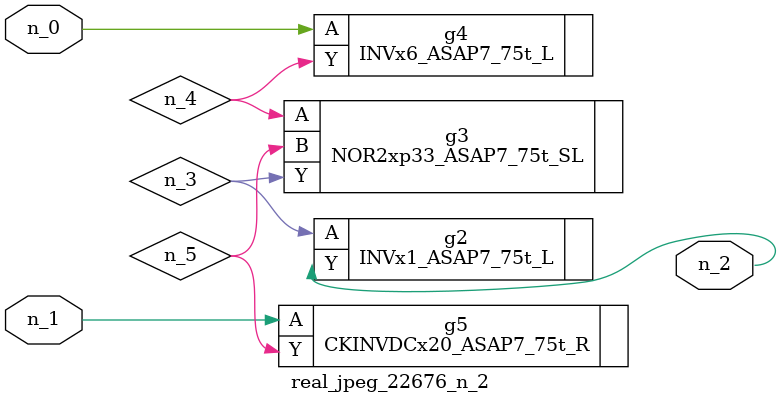
<source format=v>
module real_jpeg_22676_n_2 (n_1, n_0, n_2);

input n_1;
input n_0;

output n_2;

wire n_5;
wire n_4;
wire n_3;

INVx6_ASAP7_75t_L g4 ( 
.A(n_0),
.Y(n_4)
);

CKINVDCx20_ASAP7_75t_R g5 ( 
.A(n_1),
.Y(n_5)
);

INVx1_ASAP7_75t_L g2 ( 
.A(n_3),
.Y(n_2)
);

NOR2xp33_ASAP7_75t_SL g3 ( 
.A(n_4),
.B(n_5),
.Y(n_3)
);


endmodule
</source>
